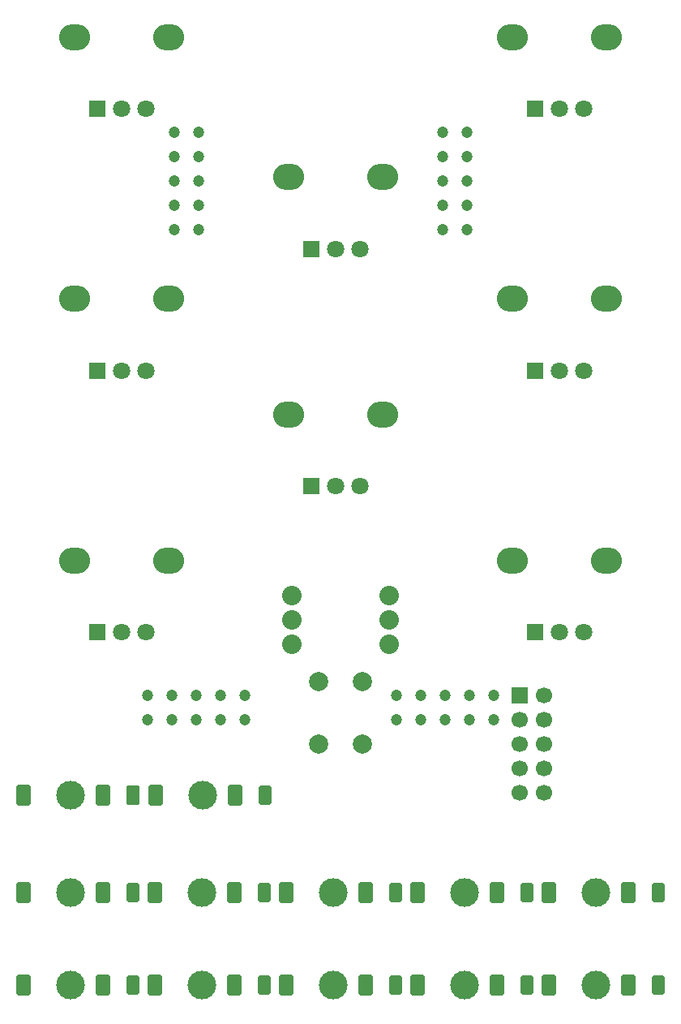
<source format=gbr>
%TF.GenerationSoftware,KiCad,Pcbnew,9.0.0*%
%TF.CreationDate,2025-03-09T14:36:43-04:00*%
%TF.ProjectId,200_Plattform,3230305f-506c-4617-9474-666f726d2e6b,A1*%
%TF.SameCoordinates,Original*%
%TF.FileFunction,Soldermask,Bot*%
%TF.FilePolarity,Negative*%
%FSLAX45Y45*%
G04 Gerber Fmt 4.5, Leading zero omitted, Abs format (unit mm)*
G04 Created by KiCad (PCBNEW 9.0.0) date 2025-03-09 14:36:43*
%MOMM*%
%LPD*%
G01*
G04 APERTURE LIST*
G04 Aperture macros list*
%AMRoundRect*
0 Rectangle with rounded corners*
0 $1 Rounding radius*
0 $2 $3 $4 $5 $6 $7 $8 $9 X,Y pos of 4 corners*
0 Add a 4 corners polygon primitive as box body*
4,1,4,$2,$3,$4,$5,$6,$7,$8,$9,$2,$3,0*
0 Add four circle primitives for the rounded corners*
1,1,$1+$1,$2,$3*
1,1,$1+$1,$4,$5*
1,1,$1+$1,$6,$7*
1,1,$1+$1,$8,$9*
0 Add four rect primitives between the rounded corners*
20,1,$1+$1,$2,$3,$4,$5,0*
20,1,$1+$1,$4,$5,$6,$7,0*
20,1,$1+$1,$6,$7,$8,$9,0*
20,1,$1+$1,$8,$9,$2,$3,0*%
G04 Aperture macros list end*
%ADD10C,1.200000*%
%ADD11C,1.700000*%
%ADD12R,1.700000X1.700000*%
%ADD13O,3.240000X2.720000*%
%ADD14R,1.800000X1.800000*%
%ADD15C,1.800000*%
%ADD16C,3.000000*%
%ADD17RoundRect,0.269231X0.430769X-0.730769X0.430769X0.730769X-0.430769X0.730769X-0.430769X-0.730769X0*%
%ADD18RoundRect,0.176056X0.573944X-0.923944X0.573944X0.923944X-0.573944X0.923944X-0.573944X-0.923944X0*%
%ADD19C,2.000000*%
%ADD20C,2.032000*%
%ADD21RoundRect,0.191257X0.508743X-0.808743X0.508743X0.808743X-0.508743X0.808743X-0.508743X-0.808743X0*%
G04 APERTURE END LIST*
D10*
%TO.C,J13*%
X6113800Y-4990200D03*
X6113800Y-5244200D03*
X6113800Y-5498200D03*
X6113800Y-5752200D03*
X6113800Y-6006200D03*
X6367800Y-4990200D03*
X6367800Y-5244200D03*
X6367800Y-5498200D03*
X6367800Y-5752200D03*
X6367800Y-6006200D03*
%TD*%
%TO.C,J15*%
X8432800Y-11125200D03*
X8686800Y-11125200D03*
X8940800Y-11125200D03*
X9194800Y-11125200D03*
X9448800Y-11125200D03*
X8432800Y-10871200D03*
X8686800Y-10871200D03*
X8940800Y-10871200D03*
X9194800Y-10871200D03*
X9448800Y-10871200D03*
%TD*%
%TO.C,J16*%
X8913800Y-4990200D03*
X8913800Y-5244200D03*
X8913800Y-5498200D03*
X8913800Y-5752200D03*
X8913800Y-6006200D03*
X9167800Y-4990200D03*
X9167800Y-5244200D03*
X9167800Y-5498200D03*
X9167800Y-5752200D03*
X9167800Y-6006200D03*
%TD*%
%TO.C,J14*%
X5832800Y-11125200D03*
X6086800Y-11125200D03*
X6340800Y-11125200D03*
X6594800Y-11125200D03*
X6848800Y-11125200D03*
X5832800Y-10871200D03*
X6086800Y-10871200D03*
X6340800Y-10871200D03*
X6594800Y-10871200D03*
X6848800Y-10871200D03*
%TD*%
D11*
%TO.C,J17*%
X9972800Y-11889200D03*
X9718800Y-11889200D03*
X9972800Y-11635200D03*
X9718800Y-11635200D03*
X9972800Y-11381200D03*
X9718800Y-11381200D03*
X9972800Y-11127200D03*
X9718800Y-11127200D03*
X9972800Y-10873200D03*
D12*
X9718800Y-10873200D03*
%TD*%
D13*
%TO.C,RV2*%
X7307800Y-7936800D03*
X8287800Y-7936800D03*
D14*
X7547800Y-8686800D03*
D15*
X7797800Y-8686800D03*
X8047800Y-8686800D03*
%TD*%
D16*
%TO.C,J7*%
X7772100Y-13893800D03*
D17*
X8420100Y-13893800D03*
D18*
X7280100Y-13893800D03*
X8110100Y-13893800D03*
%TD*%
D16*
%TO.C,J3*%
X7772100Y-12928600D03*
D17*
X8420100Y-12928600D03*
D18*
X7280100Y-12928600D03*
X8110100Y-12928600D03*
%TD*%
D16*
%TO.C,J8*%
X9143700Y-13893800D03*
D17*
X9791700Y-13893800D03*
D18*
X8651700Y-13893800D03*
X9481700Y-13893800D03*
%TD*%
D13*
%TO.C,RV8*%
X9644600Y-9460800D03*
X10624600Y-9460800D03*
D14*
X9884600Y-10210800D03*
D15*
X10134600Y-10210800D03*
X10384600Y-10210800D03*
%TD*%
D19*
%TO.C,SW1*%
X7623600Y-11374000D03*
X7623600Y-10724000D03*
X8073600Y-11374000D03*
X8073600Y-10724000D03*
%TD*%
D20*
%TO.C,SW3*%
X8356600Y-9829800D03*
X8356600Y-10083800D03*
X8356600Y-10337800D03*
%TD*%
D13*
%TO.C,RV1*%
X5072600Y-3999800D03*
X6052600Y-3999800D03*
D14*
X5312600Y-4749800D03*
D15*
X5562600Y-4749800D03*
X5812600Y-4749800D03*
%TD*%
D16*
%TO.C,J5*%
X5028900Y-13893800D03*
D17*
X5676900Y-13893800D03*
D18*
X4536900Y-13893800D03*
X5366900Y-13893800D03*
%TD*%
D16*
%TO.C,J9*%
X6410200Y-11912600D03*
D17*
X7058200Y-11912600D03*
D18*
X5918200Y-11912600D03*
X6748200Y-11912600D03*
%TD*%
D16*
%TO.C,J10*%
X5029200Y-11912600D03*
D18*
X5367200Y-11912600D03*
D21*
X5677200Y-11912600D03*
D18*
X4537200Y-11912600D03*
%TD*%
D16*
%TO.C,J1*%
X5028900Y-12928600D03*
D17*
X5676900Y-12928600D03*
D18*
X4536900Y-12928600D03*
X5366900Y-12928600D03*
%TD*%
D13*
%TO.C,RV4*%
X9644600Y-3999800D03*
X10624600Y-3999800D03*
D14*
X9884600Y-4749800D03*
D15*
X10134600Y-4749800D03*
X10384600Y-4749800D03*
%TD*%
D16*
%TO.C,J6*%
X6400500Y-13893800D03*
D17*
X7048500Y-13893800D03*
D18*
X5908500Y-13893800D03*
X6738500Y-13893800D03*
%TD*%
D13*
%TO.C,RV5*%
X5072600Y-9460800D03*
X6052600Y-9460800D03*
D14*
X5312600Y-10210800D03*
D15*
X5562600Y-10210800D03*
X5812600Y-10210800D03*
%TD*%
D16*
%TO.C,J12*%
X10515300Y-13893800D03*
D17*
X11163300Y-13893800D03*
D18*
X10023300Y-13893800D03*
X10853300Y-13893800D03*
%TD*%
D20*
%TO.C,SW2*%
X7340600Y-9829800D03*
X7340600Y-10083800D03*
X7340600Y-10337800D03*
%TD*%
D13*
%TO.C,RV7*%
X7307800Y-5460300D03*
X8287800Y-5460300D03*
D14*
X7547800Y-6210300D03*
D15*
X7797800Y-6210300D03*
X8047800Y-6210300D03*
%TD*%
D16*
%TO.C,J2*%
X6400500Y-12928600D03*
D17*
X7048500Y-12928600D03*
D18*
X5908500Y-12928600D03*
X6738500Y-12928600D03*
%TD*%
D16*
%TO.C,J11*%
X10515300Y-12928600D03*
D17*
X11163300Y-12928600D03*
D18*
X10023300Y-12928600D03*
X10853300Y-12928600D03*
%TD*%
D13*
%TO.C,RV3*%
X5072600Y-6730300D03*
X6052600Y-6730300D03*
D14*
X5312600Y-7480300D03*
D15*
X5562600Y-7480300D03*
X5812600Y-7480300D03*
%TD*%
D13*
%TO.C,RV6*%
X9644600Y-6730300D03*
X10624600Y-6730300D03*
D14*
X9884600Y-7480300D03*
D15*
X10134600Y-7480300D03*
X10384600Y-7480300D03*
%TD*%
D16*
%TO.C,J4*%
X9143700Y-12928600D03*
D17*
X9791700Y-12928600D03*
D18*
X8651700Y-12928600D03*
X9481700Y-12928600D03*
%TD*%
M02*

</source>
